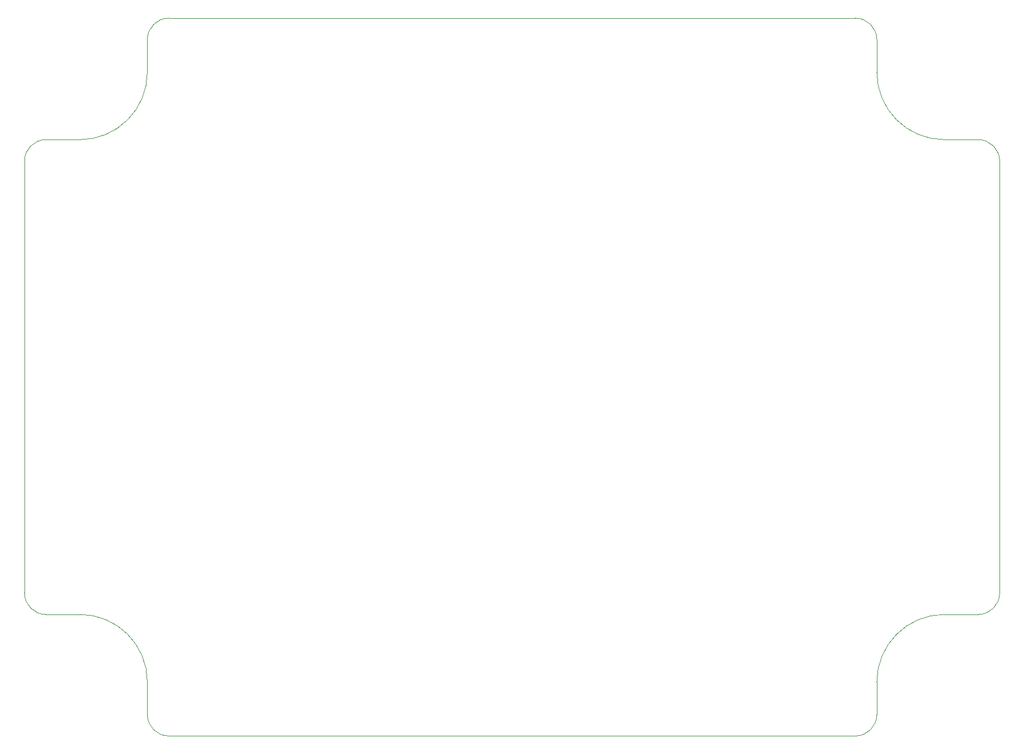
<source format=gbr>
%TF.GenerationSoftware,Altium Limited,Altium Designer,21.0.9 (235)*%
G04 Layer_Color=0*
%FSLAX26Y26*%
%MOIN*%
%TF.SameCoordinates,617CA12B-F850-4EA5-9EC3-0E5FEE419536*%
%TF.FilePolarity,Positive*%
%TF.FileFunction,Profile,NP*%
%TF.Part,Single*%
G01*
G75*
%TA.AperFunction,Profile*%
%ADD202C,0.001000*%
D202*
X1271577Y1839940D02*
X1469968D01*
D02*
G02*
X1864969Y1444940I0J-395001D01*
G01*
Y1253542D01*
D02*
G03*
X1989969Y1128542I125000J0D01*
G01*
X6004785D01*
D02*
G03*
X6129785Y1253542I0J125000D01*
G01*
Y1444940D01*
D02*
G02*
X6524786Y1839940I395001J0D01*
G01*
X6723178D01*
D02*
G03*
X6848178Y1964940I0J125000D01*
G01*
Y4493744D01*
D02*
G03*
X6723178Y4618744I-125000J0D01*
G01*
X6524786D01*
D02*
G02*
X6129785Y5013745I0J395001D01*
G01*
Y5205143D01*
D02*
G03*
X6004785Y5330143I-125000J0D01*
G01*
X1989969D01*
D02*
G03*
X1864969Y5205143I0J-125000D01*
G01*
Y5013745D01*
D02*
G02*
X1469968Y4618744I-395001J0D01*
G01*
X1271577D01*
D02*
G03*
X1146577Y4493744I0J-125000D01*
G01*
X1146576Y4493744D01*
Y1964940D01*
X1146577D01*
D02*
G03*
X1271577Y1839940I125000J0D01*
G01*
%TF.MD5,97f55ccf2df77b344dd6a1401e362428*%
M02*

</source>
